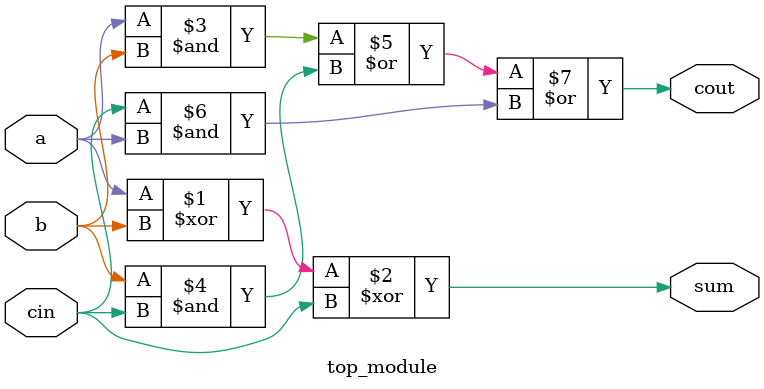
<source format=v>
module top_module( 
    input a, b, cin,
    output cout, sum );

    assign sum = a ^ b ^ cin;
    assign cout = a & b | b & cin | cin & a;
endmodule

</source>
